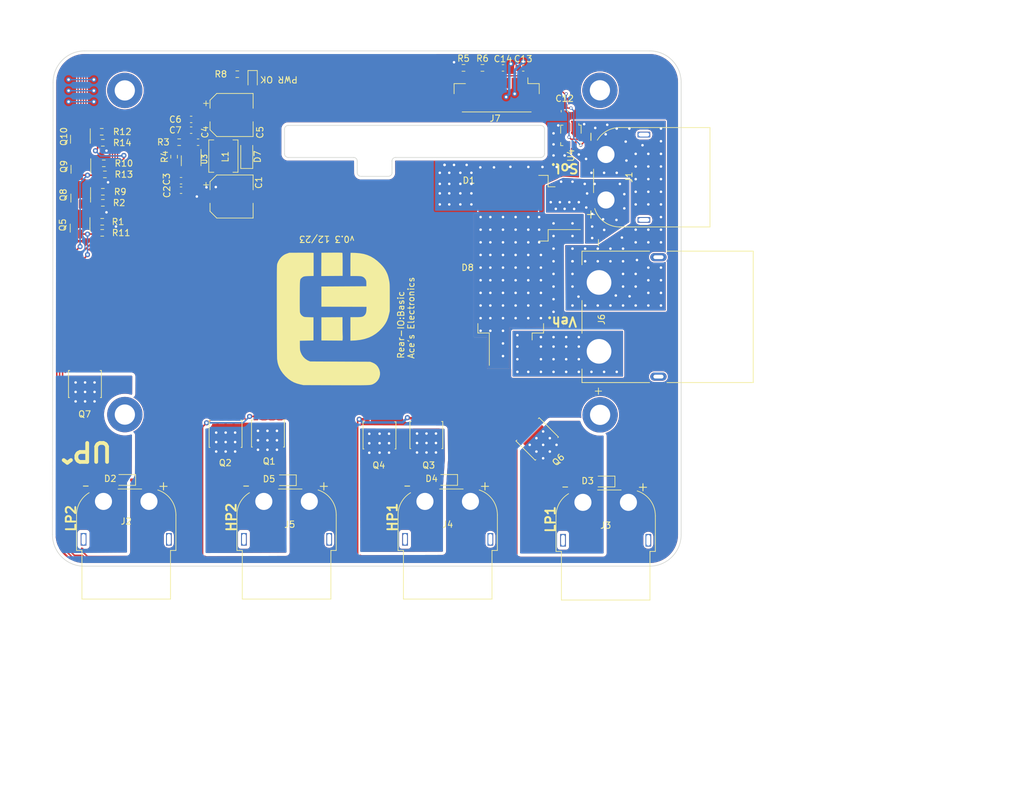
<source format=kicad_pcb>
(kicad_pcb (version 20221018) (generator pcbnew)
  (title_block (title "AE-P703-SCREENS-REARIO:BASIC") (date "2023-09-08") (rev "v0.2") (company "Ace's Electronics Pty Ltd"))
  (layers (0 "F.Cu" power) (31 "B.Cu" power) (34 "B.Paste" user) (35 "F.Paste" user) (36 "B.SilkS" user "B.Silkscreen") (37 "F.SilkS" user "F.Silkscreen") (38 "B.Mask" user) (39 "F.Mask" user) (44 "Edge.Cuts" user))
  (net 0 "")
  (net 1 "GPIO10")
  (net 2 "GPIO11")
  (net 3 "GPIO12")
  (net 4 "GPIO13")
  (net 5 "GPIO14")
  (net 6 "GPIO21")
  (net 7 "+BATT")
  (net 8 "Net-(D1-A)")
  (net 9 "Net-(D8-A)")
  (net 10 "Net-(Q5-B)")
  (net 11 "Net-(Q10-C)")
  (net 12 "Net-(Q8-B)")
  (net 13 "Net-(D2-A)")
  (net 14 "Net-(D3-A)")
  (net 15 "Net-(D4-A)")
  (net 16 "Net-(D5-A)")
  (net 17 "Net-(U3-BST)")
  (net 18 "Net-(D7-K)")
  (net 19 "+5V")
  (net 20 "Net-(U3-FB)")
  (net 21 "Net-(Q9-B)")
  (net 22 "GND")
  (net 23 "Net-(Q1-G)")
  (net 24 "Net-(Q3-G)")
  (net 25 "Net-(Q10-B)")
  (net 26 "Net-(Q6-G)")
  (net 27 "Net-(D6-A)")
  (net 33 "BATT-")
  (footprint "Connector_AMASS:AMASS_XT60PW-F_1x02_P7.20mm_Horizontal" (layer "F.Cu") (at 86.774466 133 180)
    (fp_text reference "J2")
    (fp_text value "Conn_01x02_Pin")
  )
  (footprint "MountingHole:MountingHole_3.2mm_M3_DIN965_Pad" (layer "F.Cu") (at 90.15 67.96)
    (fp_text reference "H1" hide)
    (fp_text value "MountingHole")
  )
  (footprint "Connector_AMASS:AMASS_XT60PW-F_1x02_P7.20mm_Horizontal" (layer "F.Cu") (at 137.65 133 180)
    (fp_text reference "J4")
    (fp_text value "Conn_01x02_Pin")
  )
  (footprint "Diode_SMD:D_SOD-323" (layer "F.Cu") (at 166.1 129.85 180)
    (fp_text reference "D3")
    (fp_text value "1N5819WS")
  )
  (footprint "Diode_SMD:Nexperia_CFP3_SOD-123W" (layer "F.Cu") (at 109.45 78.049999 90)
    (fp_text reference "D7")
    (fp_text value "PMEG6020ER")
  )
  (footprint "Package_TO_SOT_SMD:SOT-23" (layer "F.Cu") (at 83.125 75.6875 -90)
    (fp_text reference "Q10")
    (fp_text value "MMBT3904")
  )
  (footprint "Package_TO_SOT_SMD:TO-263-2_TabPin1" (layer "F.Cu") (at 152.325 86.6 180)
    (fp_text reference "D1")
    (fp_text value "CI20S120M3")
  )
  (footprint "Resistor_SMD:R_0603_1608Metric" (layer "F.Cu") (at 86.675 76.25 180)
    (fp_text reference "R14")
    (fp_text value "16k")
  )
  (footprint "Package_TO_SOT_SMD:LFPAK56" (layer "F.Cu") (at 106.1 122.3 -90)
    (fp_text reference "Q2")
    (fp_text value "NTMFS4C03N-HXY")
  )
  (footprint "Package_TO_SOT_SMD:LFPAK56" (layer "F.Cu") (at 137.87 122.5 -90)
    (fp_text reference "Q3")
    (fp_text value "NTMFS4C03N-HXY")
  )
  (footprint "Sensor_Current:Allegro_QFN-12-10-1EP_3x3mm_P0.5mm" (layer "F.Cu") (at 160.75 75 -90)
    (fp_text reference "U4")
    (fp_text value "ACS711xEXLT-31AB")
  )
  (footprint "Capacitor_SMD:C_0603_1608Metric" (layer "F.Cu") (at 99.05 82.25 180)
    (fp_text reference "C3")
    (fp_text value "100nF")
  )
  (footprint "Package_TO_SOT_SMD:LFPAK56" (layer "F.Cu") (at 155.413964 123.122685 -45)
    (fp_text reference "Q6")
    (fp_text value "NTMFS4C03N-HXY")
  )
  (footprint "Connector_AMASS:AMASS_XT60PW-F_1x02_P7.20mm_Horizontal" (layer "F.Cu") (at 112.15 133 180)
    (fp_text reference "J5")
    (fp_text value "Conn_01x02_Pin")
  )
  (footprint "Capacitor_SMD:C_0603_1608Metric" (layer "F.Cu") (at 159.725 71.25 -90)
    (fp_text reference "C12")
    (fp_text value "100nF")
  )
  (footprint "Package_TO_SOT_SMD:SOT-23" (layer "F.Cu") (at 83.2 80.4375 -90)
    (fp_text reference "Q9")
    (fp_text value "MMBT3904")
  )
  (footprint "Resistor_SMD:R_0603_1608Metric" (layer "F.Cu") (at 143.75 64.4)
    (fp_text reference "R5")
    (fp_text value "82k")
  )
  (footprint "Acea:AMASS_XT90PW-M" (layer "F.Cu") (at 174.6 103.8 90)
    (fp_text reference "J6")
    (fp_text value "Conn_01x02_Pin")
  )
  (footprint "MountingHole:MountingHole_3.2mm_M3_DIN965_Pad" (layer "F.Cu") (at 165.37 119.3)
    (fp_text reference "H3" hide)
    (fp_text value "MountingHole")
  )
  (footprint "Resistor_SMD:R_0603_1608Metric" (layer "F.Cu") (at 86.575 88.75 180)
    (fp_text reference "R1")
    (fp_text value "1k")
  )
  (footprint "Connector_AMASS:AMASS_XT60PW-M_1x02_P7.20mm_Horizontal" (layer "F.Cu") (at 166.3 78.1 -90)
    (fp_text reference "J1")
    (fp_text value "Conn_01x02_Pin")
  )
  (footprint "Capacitor_SMD:C_0603_1608Metric" (layer "F.Cu") (at 100.65 72.55 180)
    (fp_text reference "C6")
    (fp_text value "10uF")
  )
  (footprint "Capacitor_SMD:C_0603_1608Metric" (layer "F.Cu") (at 153.2 64.4)
    (fp_text reference "C13")
    (fp_text value "100nF")
  )
  (footprint "Resistor_SMD:R_0603_1608Metric" (layer "F.Cu") (at 87 81.25 180)
    (fp_text reference "R13")
    (fp_text value "16k")
  )
  (footprint "Inductor_SMD:L_Chilisin_BMRA00040415" (layer "F.Cu") (at 105.75 78.35 90)
    (fp_text reference "L1")
    (fp_text value "10uH")
  )
  (footprint "Package_TO_SOT_SMD:SOT-23" (layer "F.Cu") (at 83.175 85 -90)
    (fp_text reference "Q8")
    (fp_text value "MMBT3904")
  )
  (footprint "MountingHole:MountingHole_3.2mm_M3_DIN965_Pad" (layer "F.Cu") (at 165.339531 67.939531)
    (fp_text reference "H2" hide)
    (fp_text value "MountingHole")
  )
  (footprint "Acea:BOOMELE-Boom-Precision-Elec-C53040_C53040" (layer "F.Cu") (at 149 68.75 180)
    (fp_text reference "J7")
    (fp_text value "Conn_01x08_Socket")
  )
  (footprint "Capacitor_SMD:CP_Elec_6.3x7.7" (layer "F.Cu") (at 107.05 84.75)
    (fp_text reference "C1")
    (fp_text value "220uF")
  )
  (footprint "Package_TO_SOT_SMD:TO-263-2_TabPin1" (layer "F.Cu") (at 151.225 101.525 90)
    (fp_text reference "D8")
    (fp_text value "CI20S120M3")
  )
  (footprint "Resistor_SMD:R_0603_1608Metric" (layer "F.Cu") (at 146.75 64.4)
    (fp_text reference "R6")
    (fp_text value "16k")
  )
  (footprint "Resistor_SMD:R_0603_1608Metric" (layer "F.Cu") (at 98.749999 76.15 180)
    (fp_text reference "R3")
    (fp_text value "82k")
  )
  (footprint "Package_TO_SOT_SMD:SOT-23-6" (layer "F.Cu") (at 100.65 79.087501 -90)
    (fp_text reference "U3")
    (fp_text value "AOZ1280CI")
  )
  (footprint "Diode_SMD:D_SOD-323" (layer "F.Cu") (at 90.25 129.6 180)
    (fp_text reference "D2")
    (fp_text value "1N5819WS")
  )
  (footprint "Capacitor_SMD:C_0603_1608Metric" (layer "F.Cu") (at 101.75 76.15)
    (fp_text reference "C4")
    (fp_text value "100nF")
  )
  (footprint "Capacitor_SMD:C_0603_1608Metric" (layer "F.Cu") (at 150 64.4)
    (fp_text reference "C14")
    (fp_text value "100nF")
  )
  (footprint "Diode_SMD:D_SOD-323" (layer "F.Cu") (at 115.675534 129.65 180)
    (fp_text reference "D5")
    (fp_text value "1N5819WS")
  )
  (footprint "Resistor_SMD:R_0603_1608Metric" (layer "F.Cu") (at 86.575 90.5 180)
    (fp_text reference "R11")
    (fp_text value "16k")
  )
  (footprint "Package_TO_SOT_SMD:SOT-23" (layer "F.Cu") (at 83.075 89.75 -90)
    (fp_text reference "Q5")
    (fp_text value "MMBT3904")
  )
  (footprint "Connector_AMASS:AMASS_XT60PW-F_1x02_P7.20mm_Horizontal" (layer "F.Cu") (at 162.65 133.15 180)
    (fp_text reference "J3")
    (fp_text value "Conn_01x02_Pin")
  )
  (footprint "Resistor_SMD:R_0603_1608Metric" (layer "F.Cu") (at 86.675 84 180)
    (fp_text reference "R9")
    (fp_text value "1k")
  )
  (footprint "MountingHole:MountingHole_3.2mm_M3_DIN965_Pad" (layer "F.Cu") (at 90.16 119.26)
    (fp_text reference "H4" hide)
    (fp_text value "MountingHole")
  )
  (footprint "Package_TO_SOT_SMD:LFPAK56" (layer "F.Cu") (at 83.84 114.42 -90)
    (fp_text reference "Q7")
    (fp_text value "NTMFS4C03N-HXY")
  )
  (footprint "Capacitor_SMD:CP_Elec_6.3x5.4" (layer "F.Cu") (at 107.05 71.85)
    (fp_text reference "C5")
    (fp_text value "22uF")
  )
  (footprint "Resistor_SMD:R_0603_1608Metric" (layer "F.Cu") (at 86.675 85.75 180)
    (fp_text reference "R2")
    (fp_text value "16k")
  )
  (footprint "Capacitor_SMD:C_0603_1608Metric" (layer "F.Cu") (at 100.649999 74.25 180)
    (fp_text reference "C7")
    (fp_text value "100nF")
  )
  (footprint "Diode_SMD:D_SOD-323" (layer "F.Cu") (at 141.2 129.6 180)
    (fp_text reference "D4")
    (fp_text value "1N5819WS")
  )
  (footprint "Acea:ae_20mm" (layer "F.Cu") (at 123.222605 103.887829 180)
    (fp_text reference "G***" hide)
    (fp_text value "LOGO" hide)
  )
  (footprint "Resistor_SMD:R_0603_1608Metric" (layer "F.Cu") (at 86.5 74.5 180)
    (fp_text reference "R12")
    (fp_text value "1k")
  )
  (footprint "Resistor_SMD:R_0603_1608Metric" (layer "F.Cu") (at 107.956248 65.389999)
    (fp_text reference "R8")
    (fp_text value "5.1k")
  )
  (footprint "LED_SMD:LED_0603_1608Metric" (layer "F.Cu") (at 110.381248 66.300003 -90)
    (fp_text reference "D6" hide)
    (fp_text value "LED_Small")
  )
  (footprint "Capacitor_SMD:C_0603_1608Metric" (layer "F.Cu") (at 99.05 83.75 180)
    (fp_text reference "C2")
    (fp_text value "10uF")
  )
  (footprint "Resistor_SMD:R_0603_1608Metric" (layer "F.Cu") (at 97.949999 78.45 -90)
    (fp_text reference "R4")
    (fp_text value "16k")
  )
  (footprint "Package_TO_SOT_SMD:LFPAK56" (layer "F.Cu") (at 130.45 122.55 -90)
    (fp_text reference "Q4")
    (fp_text value "NTMFS4C03N-HXY")
  )
  (footprint "Resistor_SMD:R_0603_1608Metric" (layer "F.Cu") (at 86.825 79.5 180)
    (fp_text reference "R10")
    (fp_text value "1k")
  )
  (footprint "Package_TO_SOT_SMD:LFPAK56" (layer "F.Cu") (at 112.8 122.25 -90)
    (fp_text reference "Q1")
    (fp_text value "NTMFS4C03N-HXY")
  )
  (gr_arc (start 156.565685 78) (mid 156.4 78.4) (end 156 78.565685) (stroke (width 0.1)) (layer "Edge.Cuts"))
  (gr_line (start 126.928785 79.131371) (end 126.934314 80.986672) (stroke (width 0.1)) (layer "Edge.Cuts"))
  (gr_arc (start 178.2 138.25) (mid 176.735534 141.785534) (end 173.2 143.25) (stroke (width 0.1)) (layer "Edge.Cuts"))
  (gr_arc (start 156 73.5) (mid 156.400005 73.665684) (end 156.565685 74.065685) (stroke (width 0.1)) (layer "Edge.Cuts"))
  (gr_line (start 173.2 143.25) (end 83.7 143.25) (stroke (width 0.1)) (layer "Edge.Cuts"))
  (gr_line (start 116 78.565685) (end 126.3631 78.565686) (stroke (width 0.1)) (layer "Edge.Cuts"))
  (gr_line (start 156.565685 78) (end 156.565685 74.065685) (stroke (width 0.1)) (layer "Edge.Cuts"))
  (gr_arc (start 115.434315 74.065685) (mid 115.600006 73.665695) (end 116 73.5) (stroke (width 0.1)) (layer "Edge.Cuts"))
  (gr_line (start 78.7 138.25) (end 78.8 66.7) (stroke (width 0.1)) (layer "Edge.Cuts"))
  (gr_arc (start 132.439844 80.986671) (mid 132.274153 81.386661) (end 131.874159 81.552357) (stroke (width 0.1)) (layer "Edge.Cuts"))
  (gr_arc (start 83.7 143.25) (mid 80.164466 141.785534) (end 78.7 138.25) (stroke (width 0.1)) (layer "Edge.Cuts"))
  (gr_arc (start 116 78.565685) (mid 115.60001 78.399994) (end 115.434315 78) (stroke (width 0.1)) (layer "Edge.Cuts"))
  (gr_arc (start 127.5 81.552357) (mid 127.10001 81.386666) (end 126.934314 80.986672) (stroke (width 0.1)) (layer "Edge.Cuts"))
  (gr_line (start 156 73.5) (end 116 73.5) (stroke (width 0.1)) (layer "Edge.Cuts"))
  (gr_line (start 132.434315 79.13137) (end 132.439844 80.986671) (stroke (width 0.1)) (layer "Edge.Cuts"))
  (gr_arc (start 173.2 61.7) (mid 176.735534 63.164466) (end 178.2 66.7) (stroke (width 0.1)) (layer "Edge.Cuts"))
  (gr_line (start 133 78.565685) (end 156 78.565685) (stroke (width 0.1)) (layer "Edge.Cuts"))
  (gr_line (start 83.8 61.7) (end 173.2 61.7) (stroke (width 0.1)) (layer "Edge.Cuts"))
  (gr_arc (start 132.434315 79.13137) (mid 132.600006 78.73138) (end 133 78.565685) (stroke (width 0.1)) (layer "Edge.Cuts"))
  (gr_line (start 127.5 81.552357) (end 131.874159 81.552357) (stroke (width 0.1)) (layer "Edge.Cuts"))
  (gr_arc (start 78.8 66.7) (mid 80.264466 63.164466) (end 83.8 61.7) (stroke (width 0.1)) (layer "Edge.Cuts"))
  (gr_line (start 115.434315 74.065685) (end 115.434315 78) (stroke (width 0.1)) (layer "Edge.Cuts"))
  (gr_line (start 178.2 66.7) (end 178.2 138.25) (stroke (width 0.1)) (layer "Edge.Cuts"))
  (gr_arc (start 126.3631 78.565686) (mid 126.76309 78.731377) (end 126.928785 79.131371) (stroke (width 0.1)) (layer "Edge.Cuts"))
  (gr_text "LP2" (at 82.514466 137.955 90) (layer "F.SilkS") (effects (font (size 1.5 1.5) (thickness 0.3) bold) (justify left bottom)))
  (gr_text "PWR OK" (at 117.6 65.65 180) (layer "F.SilkS") (effects (font (size 1 1)) (justify left bottom)))
  (gr_text "Veh." (at 159.35 104.55 180) (layer "F.SilkS") (effects (font (size 1.5 1.5) (thickness 0.3) bold)))
  (gr_text "Sol." (at 159.75 80.3 180) (layer "F.SilkS") (effects (font (size 1.5 1.5) (thickness 0.3) bold)))
  (gr_text "UP^" (at 88.45 123.35 180) (layer "F.SilkS") (effects (font (size 3 3) (thickness 0.6) bold) (justify left bottom)))
  (gr_text "Rear-IO:Basic\nAce's Electronics" (at 136.05 110.5 90) (layer "F.SilkS") (effects (font (size 1 1)) (justify left bottom)))
  (gr_text "HP2" (at 107.89 137.955 90) (layer "F.SilkS") (effects (font (size 1.5 1.5) (thickness 0.3) bold) (justify left bottom)))
  (gr_text "HP1" (at 133.39 137.955 90) (layer "F.SilkS") (effects (font (size 1.5 1.5) (thickness 0.3) bold) (justify left bottom)))
  (gr_text "v0.3 12/23" (at 126.6 90.9 180) (layer "F.SilkS") (effects (font (size 1 1)) (justify left bottom)))
  (gr_text "LP1" (at 158.39 138.105 90) (layer "F.SilkS") (effects (font (size 1.5 1.5) (thickness 0.3) bold) (justify left bottom)))
  (segment (start 150.875 66.8) (end 150.875 67.036396) (width 0.2) (layer "F.Cu") (net 1))
  (segment (start 143.852942 68.8) (end 138.752942 63.7) (width 0.2) (layer "F.Cu") (net 1))
  (segment (start 89 87.15) (end 87.4 88.75) (width 0.2) (layer "F.Cu") (net 1))
  (segment (start 87.75 72.5) (end 89 73.75) (width 0.2) (layer "F.Cu") (net 1))
  (segment (start 138.752942 63.7) (end 85.3 63.7) (width 0.2) (layer "F.Cu") (net 1))
  (segment (start 150.875 67.036396) (end 149.111396 68.8) (width 0.2) (layer "F.Cu") (net 1))
  (segment (start 149.111396 68.8) (end 143.852942 68.8) (width 0.2) (layer "F.Cu") (net 1))
  (segment (start 89 73.75) (end 89 87.15) (width 0.2) (layer "F.Cu") (net 1))
  (segment (start 84 65) (end 84 70.684314) (width 0.2) (layer "F.Cu") (net 1))
  (segment (start 85.3 63.7) (end 84 65) (width 0.2) (layer "F.Cu") (net 1))
  (segment (start 85.815686 72.5) (end 87.75 72.5) (width 0.2) (layer "F.Cu") (net 1))
  (segment (start 84 70.684314) (end 85.815686 72.5) (width 0.2) (layer "F.Cu") (net 1))
  (segment (start 85.675 72.925) (end 87.609314 72.925) (width 0.2) (layer "F.Cu") (net 2))
  (segment (start 83.6 64.834314) (end 83.6 70.849999) (width 0.2) (layer "F.Cu") (net 2))
  (segment (start 149.625 66.8) (end 149.625 67.036396) (width 0.2) (layer "F.Cu") (net 2))
  (segment (start 144.018628 68.4) (end 138.918628 63.3) (width 0.2) (layer "F.Cu") (net 2))
  (segment (start 85.134314 63.3) (end 83.6 64.834314) (width 0.2) (layer "F.Cu") (net 2))
  (segment (start 88.6 73.915686) (end 88.6 82.9) (width 0.2) (layer "F.Cu") (net 2))
  (segment (start 148.261396 68.4) (end 144.018628 68.4) (width 0.2) (layer "F.Cu") (net 2))
  (segment (start 88.6 82.9) (end 87.5 84) (width 0.2) (layer "F.Cu") (net 2))
  (segment (start 138.918628 63.3) (end 85.134314 63.3) (width 0.2) (layer "F.Cu") (net 2))
  (segment (start 149.625 67.036396) (end 148.261396 68.4) (width 0.2) (layer "F.Cu") (net 2))
  (segment (start 87.609314 72.925) (end 88.6 73.915686) (width 0.2) (layer "F.Cu") (net 2))
  (segment (start 83.6 70.849999) (end 85.675 72.925) (width 0.2) (layer "F.Cu") (net 2))
  (segment (start 144.184314 68) (end 139.084314 62.9) (width 0.2) (layer "F.Cu") (net 3))
  (segment (start 83.2 71.134314) (end 85.390686 73.325) (width 0.2) (layer "F.Cu") (net 3))
  (segment (start 85.390686 73.325) (end 87.332107 73.325) (width 0.2) (layer "F.Cu") (net 3))
  (segment (start 148 68) (end 144.184314 68) (width 0.2) (layer "F.Cu") (net 3))
  (segment (start 83.2 64.668629) (end 83.2 71.134314) (width 0.2) (layer "F.Cu") (net 3))
  (segment (start 88.2 74.192893) (end 88.2 78.95) (width 0.2) (layer "F.Cu") (net 3))
  (segment (start 148.375 67.625) (end 148 68) (width 0.2) (layer "F.Cu") (net 3))
  (segment (start 88.2 78.95) (end 87.65 79.5) (width 0.2) (layer "F.Cu") (net 3))
  (segment (start 148.375 66.8) (end 148.375 67.625) (width 0.2) (layer "F.Cu") (net 3))
  (segment (start 87.332107 73.325) (end 88.2 74.192893) (width 0.2) (layer "F.Cu") (net 3))
  (segment (start 84.968629 62.9) (end 83.2 64.668629) (width 0.2) (layer "F.Cu") (net 3))
  (segment (start 139.084314 62.9) (end 84.968629 62.9) (width 0.2) (layer "F.Cu") (net 3))
  (segment (start 148.038604 65.65) (end 152.4 65.65) (width 0.2) (layer "F.Cu") (net 4))
  (segment (start 147.125 66.8) (end 147.125 66.563604) (width 0.2) (layer "F.Cu") (net 4))
  (segment (start 156.9 65.65) (end 155.1 65.65) (width 0.2) (layer "F.Cu") (net 4))
  (segment (start 160 68.75) (end 156.9 65.65) (width 0.2) (layer "F.Cu") (net 4))
  (segment (start 152.425 65.625) (end 152.4 65.65) (width 0.2) (layer "F.Cu") (net 4))
  (segment (start 147.125 66.563604) (end 148.038604 65.65) (width 0.2) (layer "F.Cu") (net 4))
  (segment (start 160.45 75.35) (end 160.78 75.68) (width 0.2) (layer "F.Cu") (net 4))
  (segment (start 155.1 65.65) (end 152.4 65.65) (width 0.2) (layer "F.Cu") (net 4))
  (segment (start 152.425 64.4) (end 152.425 65.625) (width 0.2) (layer "F.Cu") (net 4))
  (segment (start 160.78 75.68) (end 162.15 75.68) (width 0.2) (layer "F.Cu") (net 4))
  (segment (start 162.15 75.68) (end 162.2 75.73) (width 0.2) (layer "F.Cu") (net 4))
  (via (at 160.45 75.35) (size 0.5) (drill 0.3) (layers "F.Cu" "B.Cu") (net 4))
  (via (at 160 68.5) (size 0.5) (drill 0.3) (layers "F.Cu" "B.Cu") (net 4))
  (segment (start 160.45 71.510661) (end 160 71.060661) (width 0.2) (layer "B.Cu") (net 4))
  (segment (start 160 71.060661) (end 160 68.75) (width 0.2) (layer "B.Cu") (net 4))
  (segment (start 160.45 75.35) (end 160.45 71.510661) (width 0.2) (layer "B.Cu") (net 4))
  (segment (start 149.225 64.4) (end 148.45 65.175) (width 0.2) (layer "F.Cu") (net 5))
  (segment (start 148.45 65.175) (end 146.7 65.175) (width 0.2) (layer "F.Cu") (net 5))
  (segment (start 145.9 64.4) (end 145.9 66.475) (width 0.2) (layer "F.Cu") (net 5))
  (segment (start 144.86599 64.4) (end 145.9 64.4) (width 0.2) (layer "F.Cu") (net 5))
  (segment (start 146.7 65.175) (end 145.925 64.4) (width 0.2) (layer "F.Cu") (net 5))
  (segment (start 144.625 64.64099) (end 144.86599 64.4) (width 0.2) (layer "F.Cu") (net 5))
  (segment (start 85.225 73.725) (end 86.55 73.725) (width 0.2) (layer "F.Cu") (net 6))
  (segment (start 144.649999 66.825) (end 144.624999 66.8) (width 0.4) (layer "F.Cu") (net 6))
  (segment (start 86.55 73.725) (end 87.325 74.5) (width 0.2) (layer "F.Cu") (net 6))
  (segment (start 82.75 64.5) (end 82.75 71.25) (width 0.2) (layer "F.Cu") (net 6))
  (segment (start 82.75 71.25) (end 85.225 73.725) (width 0.2) (layer "F.Cu") (net 6))
  (segment (start 144.625 66.8) (end 144.575 66.75) (width 0.2) (layer "F.Cu") (net 6))
  (segment (start 143.5 66.75) (end 139.25 62.5) (width 0.2) (layer "F.Cu") (net 6))
  (segment (start 84.75 62.5) (end 82.75 64.5) (width 0.2) (layer "F.Cu") (net 6))
  (segment (start 144.575 66.75) (end 143.5 66.75) (width 0.2) (layer "F.Cu") (net 6))
  (segment (start 139.25 62.5) (end 84.75 62.5) (width 0.2) (layer "F.Cu") (net 6))
  (segment (start 104.55 84.55) (end 104.35 84.75) (width 0.4) (layer "F.Cu") (net 7))
  (segment (start 91.3 130.325534) (end 93.974466 133) (width 0.4) (layer "F.Cu") (net 7))
  (segment (start 91.3 129.6) (end 91.3 130.325534) (width 0.4) (layer "F.Cu") (net 7))
  (segment (start 142.925 64.175) (end 142.925 64.4) (width 0.2) (layer "F.Cu") (net 7))
  (segment (start 167.15 130.45) (end 169.85 133.15) (width 0.4) (layer "F.Cu") (net 7))
  (segment (start 87.5 77.25) (end 87.25 77.5) (width 0.25) (layer "F.Cu") (net 7))
  (segment (start 101.6125 84.75) (end 104.35 84.75) (width 0.4) (layer "F.Cu") (net 7))
  (segment (start 116.725534 129.65) (end 118.609478 129.65) (width 0.4) (layer "F.Cu") (net 7))
  (segment (start 142.25 63.5) (end 142.925 64.175) (width 0.2) (layer "F.Cu") (net 7))
  (segment (start 87.825 82.175) (end 87.5 82.5) (width 0.25) (layer "F.Cu") (net 7))
  (segment (start 119.35 130.390522) (end 119.35 133) (width 0.4) (layer "F.Cu") (net 7))
  (segment (start 103.075 84.025) (end 103.8 84.75) (width 0.4) (layer "F.Cu") (net 7))
  (segment (start 118.609478 129.65) (end 119.35 130.390522) (width 0.4) (layer "F.Cu") (net 7))
  (segment (start 87.4 90.5) (end 87.75 90.5) (width 0.25) (layer "F.Cu") (net 7))
  (segment (start 142.25 130.4) (end 144.85 133) (width 0.4) (layer "F.Cu") (net 7))
  (segment (start 87.5 76.25) (end 87.5 77.25) (width 0.25) (layer "F.Cu") (net 7))
  (segment (start 87.825 81.25) (end 87.825 82.175) (width 0.25) (layer "F.Cu") (net 7))
  (segment (start 103.075 83.3) (end 103.075 84.025) (width 0.4) (layer "F.Cu") (net 7))
  (segment (start 87.75 90.5) (end 88.75 89.5) (width 0.25) (layer "F.Cu") (net 7))
  (segment (start 142.25 129.6) (end 142.25 130.4) (width 0.4) (layer "F.Cu") (net 7))
  (segment (start 104.55 83.3) (end 104.55 84.55) (width 0.4) (layer "F.Cu") (net 7))
  (segment (start 87.5 85.75) (end 87.5 87) (width 0.25) (layer "F.Cu") (net 7))
  (segment (start 167.15 129.85) (end 167.15 130.45) (width 0.4) (layer "F.Cu") (net 7))
  (segment (start 87.5 87) (end 87.25 87.25) (width 0.25) (layer "F.Cu") (net 7))
  (segment (start 103.8 84.75) (end 104.35 84.75) (width 0.4) (layer "F.Cu") (net 7))
  (via (at 150 110) (size 0.8) (drill 0.4) (layers "F.Cu" "B.Cu") (net 7))
  (via (at 101.55 84.75) (size 0.8) (drill 0.4) (layers "F.Cu" "B.Cu") (net 7))
  (via (at 154 102) (size 0.8) (drill 0.4) (layers "F.Cu" "B.Cu") (net 7))
  (via (at 104.55 83.25) (size 0.8) (drill 0.4) (layers "F.Cu" "B.Cu") (net 7))
  (via (at 154 104) (size 0.8) (drill 0.4) (layers "F.Cu" "B.Cu") (net 7))
  (via (at 150 94) (size 0.8) (drill 0.4) (layers "F.Cu" "B.Cu") (net 7))
  (via (at 150 96) (size 0.8) (drill 0.4) (layers "F.Cu" "B.Cu") (net 7))
  (via (at 142.25 63.5) (size 0.8) (drill 0.4) (layers "F.Cu" "B.Cu") (net 7))
  (via (at 152 104) (size 0.8) (drill 0.4) (layers "F.Cu" "B.Cu") (net 7))
  (via (at 146.456546 102) (size 0.8) (drill 0.4) (layers "F.Cu" "B.Cu") (net 7))
  (via (at 152 90) (size 0.8) (drill 0.4) (layers "F.Cu" "B.Cu") (net 7))
  (via (at 156 102) (size 0.8) (drill 0.4) (layers "F.Cu" "B.Cu") (net 7))
  (via (at 158 89) (size 0.8) (drill 0.4) (layers "F.Cu" "B.Cu") (net 7))
  (via (at 156 98) (size 0.8) (drill 0.4) (layers "F.Cu" "B.Cu") (net 7))
  (via (at 150 106) (size 0.8) (drill 0.4) (layers "F.Cu" "B.Cu") (net 7))
  (via (at 154 90) (size 0.8) (drill 0.4) (layers "F.Cu" "B.Cu") (net 7))
  (via (at 148 96) (size 0.8) (drill 0.4) (layers "F.Cu" "B.Cu") (net 7))
  (via (at 155.72198 88) (size 0.8) (drill 0.4) (layers "F.Cu" "B.Cu") (net 7))
  (via (at 154 88) (size 0.8) (drill 0.4) (layers "F.Cu" "B.Cu") (net 7))
  (via (at 87.5 82.5) (size 0.8) (drill 0.4) (layers "F.Cu" "B.Cu") (net 7))
  (via (at 158 101) (size 0.8) (drill 0.4) (layers "F.Cu" "B.Cu") (net 7))
  (via (at 103.075 83.3) (size 0.8) (drill 0.4) (layers "F.Cu" "B.Cu") (net 7))
  (via (at 148 92) (size 0.8) (drill 0.4) (layers "F.Cu" "B.Cu") (net 7))
  (via (at 154 98) (size 0.8) (drill 0.4) (layers "F.Cu" "B.Cu") (net 7))
  (via (at 152 100) (size 0.8) (drill 0.4) (layers "F.Cu" "B.Cu") (net 7))
  (via (at 152 96) (size 0.8) (drill 0.4) (layers "F.Cu" "B.Cu") (net 7))
  (via (at 156 94) (size 0.8) (drill 0.4) (layers "F.Cu" "B.Cu") (net 7))
  (via (at 146.456546 92) (size 0.8) (drill 0.4) (layers "F.Cu" "B.Cu") (net 7))
  (via (at 146.456546 100) (size 0.8) (drill 0.4) (layers "F.Cu" "B.Cu") (net 7))
  (via (at 158 97) (size 0.8) (drill 0.4) (layers "F.Cu" "B.Cu") (net 7))
  (via (at 148 104) (size 0.8) (drill 0.4) (layers "F.Cu" "B.Cu") (net 7))
  (via (at 148 94) (size 0.8) (drill 0.4) (layers "F.Cu" "B.Cu") (net 7))
  (via (at 152 102) (size 0.8) (drill 0.4) (layers "F.Cu" "B.Cu") (net 7))
  (via (at 146.456546 88) (size 0.8) (drill 0.4) (layers "F.Cu" "B.Cu") (net 7))
  (via (at 150 100) (size 0.8) (drill 0.4) (layers "F.Cu" "B.Cu") (net 7))
  (via (at 150 102) (size 0.8) (drill 0.4) (layers "F.Cu" "B.Cu") (net 7))
  (via (at 158 93) (size 0.8) (drill 0.4) (layers "F.Cu" "B.Cu") (net 7))
  (via (at 158 99) (size 0.8) (drill 0.4) (layers "F.Cu" "B.Cu") (net 7))
  (via (at 154 92) (size 0.8) (drill 0.4) (layers "F.Cu" "B.Cu") (net 7))
  (via (at 158 103) (size 0.8) (drill 0.4) (layers "F.Cu" "B.Cu") (net 7))
  (via (at 148 90) (size 0.8) (drill 0.4) (layers "F.Cu" "B.Cu") (net 7))
  (via (at 152 92) (size 0.8) (drill 0.4) (layers "F.Cu" "B.Cu") (net 7))
  (via (at 155.72198 92) (size 0.8) (drill 0.4) (layers "F.Cu" "B.Cu") (net 7))
  (via (at 156 96) (size 0.8) (drill 0.4) (layers "F.Cu" "B.Cu") (net 7))
  (via (at 146.456546 90) (size 0.8) (drill 0.4) (layers "F.Cu" "B.Cu") (net 7))
  (via (at 148 98) (size 0.8) (drill 0.4) (layers "F.Cu" "B.Cu") (net 7))
  (via (at 150 90) (size 0.8) (drill 0.4) (layers "F.Cu" "B.Cu") (net 7))
  (via (at 156 104) (size 0.8) (drill 0.4) (layers "F.Cu" "B.Cu") (net 7))
  (via (at 158 95) (size 0.8) (drill 0.4) (layers "F.Cu" "B.Cu") (net 7))
  (via (at 88.75 89.5) (size 0.8) (drill 0.4) (layers "F.Cu" "B.Cu") (net 7))
  (via (at 146.456546 94) (size 0.8) (drill 0.4) (layers "F.Cu" "B.Cu") (net 7))
  (via (at 148 100) (size 0.8) (drill 0.4) (layers "F.Cu" "B.Cu") (net 7))
  (via (at 148 102) (size 0.8) (drill 0.4) (layers "F.Cu" "B.Cu") (net 7))
  (via (at 146.456546 106) (size 0.8) (drill 0.4) (layers "F.Cu" "B.Cu") (net 7))
  (via (at 152 88) (size 0.8) (drill 0.4) (layers "F.Cu" "B.Cu") (net 7))
  (via (at 150 92) (size 0.8) (drill 0.4) (layers "F.Cu" "B.Cu") (net 7))
  (via (at 152 98) (size 0.8) (drill 0.4) (layers "F.Cu" "B.Cu") (net 7))
  (via (at 154 94) (size 0.8) (drill 0.4) (layers "F.Cu" "B.Cu") (net 7))
  (via (at 150 104) (size 0.8) (drill 0.4) (layers "F.Cu" "B.Cu") (net 7))
  (via (at 148 106) (size 0.8) (drill 0.4) (layers "F.Cu" "B.Cu") (net 7))
  (via (at 152 94) (size 0.8) (drill 0.4) (layers "F.Cu" "B.Cu") (net 7))
  (via (at 146.456546 98) (size 0.8) (drill 0.4) (layers "F.Cu" "B.Cu") (net 7))
  (via (at 161 89) (size 0.8) (drill 0.4) (layers "F.Cu" "B.Cu") (net 7))
  (via (at 87.25 77.5) (size 0.8) (drill 0.4) (layers "F.Cu" "B.Cu") (net 7))
  (via (at 156 100) (size 0.8) (drill 0.4) (layers "F.Cu" "B.Cu") (net 7))
  (via (at 154 96) (size 0.8) (drill 0.4) (layers "F.Cu" "B.Cu") (net 7))
  (via (at 158 91) (size 0.8) (drill 0.4) (layers "F.Cu" "B.Cu") (net 7))
  (via (at 150 98) (size 0.8) (drill 0.4) (layers "F.Cu" "B.Cu") (net 7))
  (via (at 150 108) (size 0.8) (drill 0.4) (layers "F.Cu" "B.Cu") (net 7))
  (via (at 150 88) (size 0.8) (drill 0.4) (layers "F.Cu" "B.Cu") (net 7))
  (via (at 87.25 87.25) (size 0.8) (drill 0.4) (layers "F.Cu" "B.Cu") (net 7))
  (via (at 146.456546 104) (size 0.8) (drill 0.4) (layers "F.Cu" "B.Cu") (net 7))
  (via (at 154 100) (size 0.8) (drill 0.4) (layers "F.Cu" "B.Cu") (net 7))
  (via (at 146.456546 96) (size 0.8) (drill 0.4) (layers "F.Cu" "B.Cu") (net 7))
  (via (at 148 88) (size 0.8) (drill 0.4) (layers "F.Cu" "B.Cu") (net 7))
  (via (at 161 91) (size 0.8) (drill 0.4) (layers "F.Cu" "B.Cu") (net 7))
  (via (at 155.72198 90) (size 0.8) (drill 0.4) (layers "F.Cu" "B.Cu") (net 7))
  (via (at 157.556181 85.646239) (size 0.8) (drill 0.4) (layers "F.Cu" "B.Cu") (net 8))
  (via (at 160.5 85.646239) (size 0.8) (drill 0.4) (layers "F.Cu" "B.Cu") (net 8))
  (via (at 165.840913 88.349818) (size 0.8) (drill 0.4) (layers "F.Cu" "B.Cu") (net 8))
  (via (at 169.200311 86.623275) (size 0.8) (drill 0.4) (layers "F.Cu" "B.Cu") (net 8))
  (via (at 169.200311 84.374753) (size 0.8) (drill 0.4) (layers "F.Cu" "B.Cu") (net 8))
  (via (at 159 85.646239) (size 0.8) (drill 0.4) (layers "F.Cu" "B.Cu") (net 8))
  (via (at 158.359224 86.703579) (size 0.8) (drill 0.4) (layers "F.Cu" "B.Cu") (net 8))
  (via (at 166.014905 90.036209) (size 0.8) (drill 0.4) (layers "F.Cu" "B.Cu") (net 8))
  (via (at 159.751166 86.703579) (size 0.8) (drill 0.4) (layers "F.Cu" "B.Cu") (net 8))
  (via (at 164.114369 87.5) (size 0.8) (drill 0.4) (layers "F.Cu" "B.Cu") (net 8))
  (via (at 163.311326 84.267681) (size 0.8) (drill 0.4) (layers "F.Cu" "B.Cu") (net 8))
  (via (at 167.955594 88.456891) (size 0.8) (drill 0.4) (layers "F.Cu" "B.Cu") (net 8))
  (via (at 161.263565 86.716963) (size 0.8) (drill 0.4) (layers "F.Cu" "B.Cu") (net 8))
  (via (at 162 85.646239) (size 0.8) (drill 0.4) (layers "F.Cu" "B.Cu") (net 8))
  (via (at 159.2 82.4) (size 0.8) (drill 0.4) (layers "F.Cu" "B.Cu") (net 8))
  (via (at 162.936572 82.755282) (size 0.8) (drill 0.4) (layers "F.Cu" "B.Cu") (net 8))
  (via (at 161 82.4) (size 0.8) (drill 0.4) (layers "F.Cu" "B.Cu") (net 8))
  (via (at 164.5 82.755282) (size 0.8) (drill 0.4) (layers "F.Cu" "B.Cu") (net 8))
  (via (at 164.114369 91.321079) (size 0.8) (drill 0.4) (layers "F.Cu" "B.Cu") (net 8))
  (via (at 163.177485 86.489434) (size 0.8) (drill 0.4) (layers "F.Cu" "B.Cu") (net 8))
  (via (at 164.114369 89.5) (size 0.8) (drill 0.4) (layers "F.Cu" "B.Cu") (net 8))
  (via (at 168.5 82.755282) (size 0.8) (drill 0.4) (layers "F.Cu" "B.Cu") (net 8))
  (via (at 166 112.5) (size 0.8) (drill 0.4) (layers "F.Cu" "B.Cu") (net 9))
  (via (at 156 112.5) (size 0.8) (drill 0.4) (layers "F.Cu" "B.Cu") (net 9))
  (via (at 154 112.5) (size 0.8) (drill 0.4) (layers "F.Cu" "B.Cu") (net 9))
  (via (at 160 112.5) (size 0.8) (drill 0.4) (layers "F.Cu" "B.Cu") (net 9))
  (via (at 162 110.5) (size 0.8) (drill 0.4) (layers "F.Cu" "B.Cu") (net 9))
  (via (at 156 110.5) (size 0.8) (drill 0.4) (layers "F.Cu" "B.Cu") (net 9))
  (via (at 160 108.5) (size 0.8) (drill 0.4) (layers "F.Cu" "B.Cu") (net 9))
  (via (at 152.277865 110.5) (size 0.8) (drill 0.4) (layers "F.Cu" "B.Cu") (net 9))
  (via (at 152.277865 108.5) (size 0.8) (drill 0.4) (layers "F.Cu" "B.Cu") (net 9))
  (via (at 156 107) (size 0.8) (drill 0.4) (layers "F.Cu" "B.Cu") (net 9))
  (via (at 162 108.5) (size 0.8) (drill 0.4) (layers "F.Cu" "B.Cu") (net 9))
  (via (at 158 108.5) (size 0.8) (drill 0.4) (layers "F.Cu" "B.Cu") (net 9))
  (via (at 162 107) (size 0.8) (drill 0.4) (layers "F.Cu" "B.Cu") (net 9))
  (via (at 152.277865 106.696044) (size 0.8) (drill 0.4) (layers "F.Cu" "B.Cu") (net 9))
  (via (at 152.277865 112.5) (size 0.8) (drill 0.4) (layers "F.Cu" "B.Cu") (net 9))
  (via (at 164 112.5) (size 0.8) (drill 0.4) (layers "F.Cu" "B.Cu") (net 9))
  (via (at 158 110.5) (size 0.8) (drill 0.4) (layers "F.Cu" "B.Cu") (net 9))
  (via (at 158 107) (size 0.8) (drill 0.4) (layers "F.Cu" "B.Cu") (net 9))
  (via (at 160 107) (size 0.8) (drill 0.4) (layers "F.Cu" "B.Cu") (net 9))
  (via (at 160 110.5) (size 0.8) (drill 0.4) (layers "F.Cu" "B.Cu") (net 9))
  (via (at 162 112.5) (size 0.8) (drill 0.4) (layers "F.Cu" "B.Cu") (net 9))
  (via (at 156 108.5) (size 0.8) (drill 0.4) (layers "F.Cu" "B.Cu") (net 9))
  (via (at 168 112.5) (size 0.8) (drill 0.4) (layers "F.Cu" "B.Cu") (net 9))
  (via (at 158 112.5) (size 0.8) (drill 0.4) (layers "F.Cu" "B.Cu") (net 9))
  (segment (start 84.025 88.8125) (end 85.6875 88.8125) (width 0.25) (layer "F.Cu") (net 10))
  (segment (start 85.6875 88.8125) (end 85.75 88.75) (width 0.25) (layer "F.Cu") (net 10))
  (segment (start 89.575 90.425) (end 81 99) (width 0.25) (layer "F.Cu") (net 11))
  (segment (start 89.575 79.175) (end 89.575 90.425) (width 0.25) (layer "F.Cu") (net 11))
  (segment (start 83.5 76.25) (end 85.85 76.25) (width 0.25) (layer "F.Cu") (net 11))
  (segment (start 85.85 76.25) (end 85.85 77.15) (width 0.25) (layer "F.Cu") (net 11))
  (segment (start 81 110.515) (end 81.93 111.445) (width 0.25) (layer "F.Cu") (net 11))
  (segment (start 83.125 76.625) (end 83.5 76.25) (width 0.25) (layer "F.Cu") (net 11))
  (segment (start 90 78.75) (end 89.575 79.175) (width 0.25) (layer "F.Cu") (net 11))
  (segment (start 85.85 77.15) (end 85.5 77.5) (width 0.25) (layer "F.Cu") (net 11))
  (segment (start 90 78.25) (end 90 78.75) (width 0.25) (layer "F.Cu") (net 11))
  (segment (start 81.93 111.445) (end 81.93 111.75) (width 0.25) (layer "F.Cu") (net 11))
  (segment (start 81 99) (end 81 110.515) (width 0.25) (layer "F.Cu") (net 11))
  (via (at 90 78.25) (size 0.8) (drill 0.4) (layers "F.Cu" "B.Cu") (net 11))
  (via (at 85.5 77.5) (size 0.8) (drill 0.4) (layers "F.Cu" "B.Cu") (net 11))
  (segment (start 86.325 78.325) (end 89.925 78.325) (width 0.25) (layer "B.Cu") (net 11))
  (segment (start 89.925 78.325) (end 90 78.25) (width 0.25) (layer "B.Cu") (net 11))
  (segment (start 85.5 77.5) (end 86.325 78.325) (width 0.25) (layer "B.Cu") (net 11))
  (segment (start 84.125 84.0625) (end 85.7875 84.0625) (width 0.25) (layer "F.Cu") (net 12))
  (segment (start 85.7875 84.0625) (end 85.85 84) (width 0.25) (layer "F.Cu") (net 12))
  (via (at 82.364123 115.675435) (size 0.8) (drill 0.4) (layers "F.Cu" "B.Cu") (net 13))
  (via (at 82.364125 114.175435) (size 0.8) (drill 0.4) (layers "F.Cu" "B.Cu") (net 13))
  (via (at 82.364123 117.175434) (size 0.8) (drill 0.4) (layers "F.Cu" "B.Cu") (net 13))
  (via (at 85.364123 117.175433) (size 0.8) (drill 0.4) (layers "F.Cu" "B.Cu") (net 13))
  (via (at 83.864123 114.175435) (size 0.8) (drill 0.4) (layers "F.Cu" "B.Cu") (net 13))
  (via (at 85.364123 115.675435) (size 0.8) (drill 0.4) (layers "F.Cu" "B.Cu") (net 13))
  (via (at 83.864123 115.675435) (size 0.8) (drill 0.4) (layers "F.Cu" "B.Cu") (net 13))
  (via (at 85.364123 114.175435) (size 0.8) (drill 0.4) (layers "F.Cu" "B.Cu") (net 13))
  (via (at 83.864123 117.175434) (size 0.8) (drill 0.4) (layers "F.Cu" "B.Cu") (net 13))
  (via (at 156.352392 126.173343) (size 0.8) (drill 0.4) (layers "F.Cu" "B.Cu") (net 14))
  (via (at 155.291732 122.991364) (size 0.8) (drill 0.4) (layers "F.Cu" "B.Cu") (net 14))
  (via (at 157.413053 122.991364) (size 0.8) (drill 0.4) (layers "F.Cu" "B.Cu") (net 14))
  (via (at 154.231073 124.052024) (size 0.8) (drill 0.4) (layers "F.Cu" "B.Cu") (net 14))
  (via (at 155.291732 125.112683) (size 0.8) (drill 0.4) (layers "F.Cu" "B.Cu") (net 14))
  (via (at 158.473714 124.052024) (size 0.8) (drill 0.4) (layers "F.Cu" "B.Cu") (net 14))
  (via (at 156.352394 121.930703) (size 0.8) (drill 0.4) (layers "F.Cu" "B.Cu") (net 14))
  (via (at 157.413053 125.112684) (size 0.8) (drill 0.4) (layers "F.Cu" "B.Cu") (net 14))
  (via (at 156.352392 124.052023) (size 0.8) (drill 0.4) (layers "F.Cu" "B.Cu") (net 14))
  (via (at 130.4693 123.787718) (size 0.8) (drill 0.4) (layers "F.Cu" "B.Cu") (net 15))
  (via (at 128.84 125.3) (size 0.8) (drill 0.4) (layers "F.Cu" "B.Cu") (net 15))
  (via (at 139.393295 123.759064) (size 0.8) (drill 0.4) (layers "F.Cu" "B.Cu") (net 15))
  (via (at 130.4693 122.287718) (size 0.8) (drill 0.4) (layers "F.Cu" "B.Cu") (net 15))
  (via (at 131.9693 122.287718) (size 0.8) (drill 0.4) (layers "F.Cu" "B.Cu") (net 15))
  (via (at 137.893295 123.759064) (size 0.8) (drill 0.4) (layers "F.Cu" "B.Cu") (net 15))
  (via (at 137.893295 122.259064) (size 0.8) (drill 0.4) (layers "F.Cu" "B.Cu") (net 15))
  (via (at 137.893295 125.259064) (size 0.8) (drill 0.4) (layers "F.Cu" "B.Cu") (net 15))
  (via (at 128.84 122.3) (size 0.8) (drill 0.4) (layers "F.Cu" "B.Cu") (net 15))
  (via (at 136.393295 125.259064) (size 0.8) (drill 0.4) (layers "F.Cu" "B.Cu") (net 15))
  (via (at 128.84 123.8) (size 0.8) (drill 0.4) (layers "F.Cu" "B.Cu") (net 15))
  (via (at 139.393295 125.259063) (size 0.8) (drill 0.4) (layers "F.Cu" "B.Cu") (net 15))
  (via (at 139.393295 122.259064) (size 0.8) (drill 0.4) (layers "F.Cu" "B.Cu") (net 15))
  (via (at 131.969299 123.787718) (size 0.8) (drill 0.4) (layers "F.Cu" "B.Cu") (net 15))
  (via (at 136.393295 123.759064) (size 0.8) (drill 0.4) (layers "F.Cu" "B.Cu") (net 15))
  (via (at 136.393296 122.259064) (size 0.8) (drill 0.4) (layers "F.Cu" "B.Cu") (net 15))
  (via (at 130.4693 125.287718) (size 0.8) (drill 0.4) (layers "F.Cu" "B.Cu") (net 15))
  (via (at 131.9693 125.287718) (size 0.8) (drill 0.4) (layers "F.Cu" "B.Cu") (net 15))
  (via (at 107.611536 123.609616) (size 0.8) (drill 0.4) (layers "F.Cu" "B.Cu") (net 16))
  (via (at 112.724467 123.33) (size 0.8) (drill 0.4) (layers "F.Cu" "B.Cu") (net 16))
  (via (at 106.111536 125.109616) (size 0.8) (drill 0.4) (layers "F.Cu" "B.Cu") (net 16))
  (via (at 104.611536 122.109615) (size 0.8) (drill 0.4) (layers "F.Cu" "B.Cu") (net 16))
  (via (at 114.224466 124.83) (size 0.8) (drill 0.4) (layers "F.Cu" "B.Cu") (net 16))
  (via (at 111.224466 124.83) (size 0.8) (drill 0.4) (layers "F.Cu" "B.Cu") (net 16))
  (via (at 104.611536 125.109616) (size 0.8) (drill 0.4) (layers "F.Cu" "B.Cu") (net 16))
  (via (at 111.224466 123.330001) (size 0.8) (drill 0.4) (layers "F.Cu" "B.Cu") (net 16))
  (via (at 107.611536 125.109616) (size 0.8) (drill 0.4) (layers "F.Cu" "B.Cu") (net 16))
  (via (at 111.224466 121.829999) (size 0.8) (drill 0.4) (layers "F.Cu" "B.Cu") (net 16))
  (via (at 114.224466 123.33) (size 0.8) (drill 0.4) (layers "F.Cu" "B.Cu") (net 16))
  (via (at 106.111537 122.109615) (size 0.8) (drill 0.4) (layers "F.Cu" "B.Cu") (net 16))
  (via (at 112.724467 121.83) (size 0.8) (drill 0.4) (layers "F.Cu" "B.Cu") (net 16))
  (via (at 107.611536 122.109616) (size 0.8) (drill 0.4) (layers "F.Cu" "B.Cu") (net 16))
  (via (at 112.724466 124.83) (size 0.8) (drill 0.4) (layers "F.Cu" "B.Cu") (net 16))
  (via (at 104.611536 123.609616) (size 0.8) (drill 0.4) (layers "F.Cu" "B.Cu") (net 16))
  (via (at 106.111536 123.609616) (size 0.8) (drill 0.4) (layers "F.Cu" "B.Cu") (net 16))
  (via (at 114.224466 121.83) (size 0.8) (drill 0.4) (layers "F.Cu" "B.Cu") (net 16))
  (segment (start 100.975 76.15) (end 100.975 76.425) (width 0.6) (layer "F.Cu") (net 17))
  (segment (start 101.6 77.05) (end 101.6 77.949998) (width 0.6) (layer "F.Cu") (net 17))
  (segment (start 100.975 76.425) (end 101.6 77.05) (width 0.6) (layer "F.Cu") (net 17))
  (segment (start 159.725 69.725) (end 157 67) (width 0.6) (layer "F.Cu") (net 19))
  (segment (start 143.2 71.55) (end 144.5 70.25) (width 0.6) (layer "F.Cu") (net 19))
  (segment (start 100.470406 75.225) (end 99.575 76.120406) (width 0.5) (layer "F.Cu") (net 19))
  (segment (start 151.79856 70.25) (end 153.378622 68.669938) (width 0.6) (layer "F.Cu") (net 19))
  (segment (start 107.131248 65.389999) (end 108.106248 64.414999) (width 0.6) (layer "F.Cu") (net 19))
  (segment (start 162.3 76.65) (end 162.925 76.025) (width 0.2) (layer "F.Cu") (net 19))
  (segment (start 157 67) (end 153.575 67) (width 0.6) (layer "F.Cu") (net 19))
  (segment (start 101.425 74.25) (end 100.470406 75.204594) (width 0.5) (layer "F.Cu") (net 19))
  (segment (start 153.575 67) (end 153.375 66.8) (width 0.6) (layer "F.Cu") (net 19))
  (segment (start 107.131248 68.968752) (end 104.25 71.85) (width 0.6) (layer "F.Cu") (net 19))
  (segment (start 160 70.75) (end 159.725 70.475) (width 0.2) (layer "F.Cu") (net 19))
  (segment (start 107.156249 65.415) (end 107.13125 65.39) (width 0.25) (layer "F.Cu") (net 19))
  (segment (start 138.414999 64.414999) (end 140.6 66.6) (width 0.6) (layer "F.Cu") (net 19))
  (segment (start 153.410001 66.764998) (end 153.375 66.799999) (width 0.25) (layer "F.Cu") (net 19))
  (segment (start 108.106248 64.414999) (end 138.414999 64.414999) (width 0.6) (layer "F.Cu") (net 19))
  (segment (start 153.378622 68.669938) (end 153.378622 67.196378) (width 0.6) (layer "F.Cu") (net 19))
  (segment (start 160.75 70.75) (end 160 70.75) (width 0.2) (layer "F.Cu") (net 19))
  (segment (start 140.6 70.964214) (end 141.185786 71.55) (width 0.6) (layer "F.Cu") (net 19))
  (segment (start 141.185786 71.55) (end 143.2 71.55) (width 0.6) (layer "F.Cu") (net 19))
  (segment (start 162.875 75.23) (end 162.2 75.23) (width 0.2) (layer "F.Cu") (net 19))
  (segment (start 107.131248 65.389999) (end 107.131248 68.968752) (width 0.6) (layer "F.Cu") (net 19))
  (segment (start 144.5 70.25) (end 151.79856 70.25) (width 0.6) (layer "F.Cu") (net 19))
  (segment (start 153.378622 67.196378) (end 153.575 67) (width 0.6) (layer "F.Cu") (net 19))
  (segment (start 162.925 76.025) (end 162.925 75.28) (width 0.2) (layer "F.Cu") (net 19))
  (segment (start 162.925 75.28) (end 162.875 75.23) (width 0.2) (layer "F.Cu") (net 19))
  (segment (start 100.470406 75.204594) (end 100.470406 75.225) (width 0.5) (layer "F.Cu") (net 19))
  (segment (start 140.6 66.6) (end 140.6 70.964214) (width 0.6) (layer "F.Cu") (net 19))
  (segment (start 159.725 70.475) (end 159.725 69.725) (width 0.6) (layer "F.Cu") (net 19))
  (segment (start 99.575 76.120406) (end 99.575 76.149999) (width 0.5) (layer "F.Cu") (net 19))
  (via (at 160.75 70.75) (size 0.5) (drill 0.3) (layers "F.Cu" "B.Cu") (net 19))
  (via (at 162.3 76.65) (size 0.5) (drill 0.3) (layers "F.Cu" "B.Cu") (net 19))
  (segment (start 161.2 75.55) (end 161.2 71.2) (width 0.2) (layer "B.Cu") (net 19))
  (segment (start 161.2 71.2) (end 160.75 70.75) (width 0.2) (layer "B.Cu") (net 19))
  (segment (start 162.3 76.65) (end 161.2 75.55) (width 0.2) (layer "B.Cu") (net 19))
  (segment (start 97.925 76.149999) (end 97.925001 77.6) (width 0.6) (layer "F.Cu") (net 20))
  (segment (start 97.925001 77.6) (end 97.95 77.624999) (width 0.6) (layer "F.Cu") (net 20))
  (segment (start 97.95 77.624999) (end 99.375001 77.624999) (width 0.6) (layer "F.Cu") (net 20))
  (segment (start 99.375001 77.624999) (end 99.7 77.95) (width 0.6) (layer "F.Cu") (net 20))
  (segment (start 84.15 79.5) (end 86 79.5) (width 0.25) (layer "F.Cu") (net 21))
  (segment (start 98.1125 79.1125) (end 97.95 79.275001) (width 0.5) (layer "F.Cu") (net 22))
  (segment (start 100.65 77.950001) (end 100.650001 78.65) (width 0.5) (layer "F.Cu") (net 22))
  (segment (start 151.5 69) (end 152.125 68.375) (width 0.4) (layer "F.Cu") (net 22))
  (segment (start 152.125 68.375) (end 152.125 66.8) (width 0.4) (layer "F.Cu") (net 22))
  (segment (start 150.775 64.225) (end 150.775 64.4) (width 0.4) (layer "F.Cu") (net 22))
  (segment (start 151.25 63.75) (end 150.775 64.225) (width 0.4) (layer "F.Cu") (net 22))
  (segment (start 150.5 69) (end 151.5 69) (width 0.4) (layer "F.Cu") (net 22))
  (segment (start 100.1875 79.1125) (end 98.1125 79.1125) (width 0.5) (layer "F.Cu") (net 22))
  (segment (start 100.650001 78.65) (end 100.1875 79.1125) (width 0.5) (layer "F.Cu") (net 22))
  (via (at 140.75 79.75) (size 0.8) (drill 0.4) (layers "F.Cu" "B.Cu") (net 22))
  (via (at 140 81) (size 0.8) (drill 0.4) (layers "F.Cu" "B.Cu") (net 22))
  (via (at 140 86) (size 0.8) (drill 0.4) (layers "F.Cu" "B.Cu") (net 22))
  (via (at 145 82.75) (size 0.8) (drill 0.4) (layers "F.Cu" "B.Cu") (net 22))
  (via (at 81.25 69.75) (size 0.8) (drill 0.4) (layers "F.Cu" "B.Cu") (net 22))
  (via (at 143.25 84.25) (size 0.8) (drill 0.4) (layers "F.Cu" "B.Cu") (net 22))
  (via (at 141.5 82.75) (size 0.8) (drill 0.4) (layers "F.Cu" "B.Cu") (net 22))
  (via (at 141.5 84.25) (size 0.8) (drill 0.4) (layers "F.Cu" "B.Cu") (net 22))
  (via (at 141.5 81) (size 0.8) (drill 0.4) (layers "F.Cu" "B.Cu") (net 22))
  (via (at 159.75 78.25) (size 0.8) (drill 0.4) (layers "F.Cu" "B.Cu") (net 22))
  (via (at 143.25 86) (size 0.8) (drill 0.4) (layers "F.Cu" "B.Cu") (net 22))
  (via (at 151.17104 80.054353) (size 0.8) (drill 0.4) (layers "F.Cu" "B.Cu") (net 22))
  (via (at 146.410973 80.136071) (size 0.8) (drill 0.4) (layers "F.Cu" "B.Cu") (net 22))
  (via (at 141.5 86) (size 0.8) (drill 0.4) (layers "F.Cu" "B.Cu") (net 22))
  (via (at 140.75 79.75) (size 0.8) (drill 0.4) (layers "F.Cu" "B.Cu") (net 22))
  (via (at 85.25 69.75) (size 0.8) (drill 0.4) (layers "F.Cu" "B.Cu") (net 22))
  (via (at 154.010736 80.074783) (size 0.8) (drill 0.4) (layers "F.Cu" "B.Cu") (net 22))
  (via (at 150.5 69) (size 0.8) (drill 0.4) (layers "F.Cu" "B.Cu") (net 22))
  (via (at 85.25 66.25) (size 0.8) (drill 0.4) (layers "F.Cu" "B.Cu") (net 22))
  (via (at 144.25 79.75) (size 0.8) (drill 0.4) (layers "F.Cu" "B.Cu") (net 22))
  (via (at 158 78.25) (size 0.8) (drill 0.4) (layers "F.Cu" "B.Cu") (net 22))
  (via (at 140 84.25) (size 0.8) (drill 0.4) (layers "F.Cu" "B.Cu") (net 22))
  (via (at 151.848584 68.5) (size 0.8) (drill 0.4) (layers "F.Cu" "B.Cu") (net 22))
  (via (at 156.25 80.074783) (size 0.8) (drill 0.4) (layers "F.Cu" "B.Cu") (net 22))
  (via (at 143.25 81) (size 0.8) (drill 0.4) (layers "F.Cu" "B.Cu") (net 22))
  (via (at 143.25 82.75) (size 0.8) (drill 0.4) (layers "F.Cu" "B.Cu") (net 22))
  (via (at 81.25 66.25) (size 0.8) (drill 0.4) (layers "F.Cu" "B.Cu") (net 22))
  (via (at 145 84.25) (size 0.8) (drill 0.4) (layers "F.Cu" "B.Cu") (net 22))
  (via (at 153.2 63.4) (size 0.8) (drill 0.4) (layers "F.Cu" "B.Cu") (net 22))
  (via (at 158 76.5) (size 0.8) (drill 0.4) (layers "F.Cu" "B.Cu") (net 22))
  (via (at 151.25 63.75) (size 0.8) (drill 0.4) (layers "F.Cu" "B.Cu") (net 22))
  (via (at 85.25 68) (size 0.8) (drill 0.4) (layers "F.Cu" "B.Cu") (net 22))
  (via (at 145 81) (size 0.8) (drill 0.4) (layers "F.Cu" "B.Cu") (net 22))
  (via (at 160.5 80.074783) (size 0.8) (drill 0.4) (layers "F.Cu" "B.Cu") (net 22))
  (via (at 158.75 73.5) (size 0.8) (drill 0.4) (layers "F.Cu" "B.Cu") (net 22))
  (via (at 158.5 80.074783) (size 0.8) (drill 0.4) (layers "F.Cu" "B.Cu") (net 22))
  (via (at 142.25 79.75) (size 0.8) (drill 0.4) (layers "F.Cu" "B.Cu") (net 22))
  (via (at 148.576497 80.136071) (size 0.8) (drill 0.4) (layers "F.Cu" "B.Cu") (net 22))
  (via (at 145 86) (size 0.8) (drill 0.4) (layers "F.Cu" "B.Cu") (net 22))
  (via (at 158 74.75) (size 0.8) (drill 0.4) (layers "F.Cu" "B.Cu") (net 22))
  (via (at 81.25 68) (size 0.8) (drill 0.4) (layers "F.Cu" "B.Cu") (net 22))
  (via (at 140 82.75) (size 0.8) (drill 0.4) (layers "F.Cu" "B.Cu") (net 22))
  (segment (start 151 68.5) (end 150.5 69) (width 0.4) (layer "B.Cu") (net 22))
  (segment (start 85.25 69.75) (end 81.25 69.75) (width 0.25) (layer "B.Cu") (net 22))
  (segment (start 85.25 68) (end 81.25 68) (width 0.25) (layer "B.Cu") (net 22))
  (segment (start 153.2 63.4) (end 151.848584 64.751416) (width 0.4) (layer "B.Cu") (net 22))
  (segment (start 151.848584 64.751416) (end 151.848584 68.5) (width 0.4) (layer "B.Cu") (net 22))
  (segment (start 85.25 66.25) (end 81.25 66.25) (width 0.25) (layer "B.Cu") (net 22))
  (segment (start 151.25 63.75) (end 151 64) (width 0.4) (layer "B.Cu") (net 22))
  (segment (start 151 64) (end 151 68.5) (width 0.4) (layer "B.Cu") (net 22))
  (segment (start 84.25 90.7) (end 84.2625 90.6875) (width 0.25) (layer "F.Cu") (net 23))
  (segment (start 83.536396 141.013604) (end 84.247792 141.725) (width 0.25) (layer "F.Cu") (net 23))
  (segment (start 102.45 121.207359) (end 103.094796 120.562563) (width 0.25) (layer "F.Cu") (net 23))
  (segment (start 103.257436 120.562563) (end 103.094796 120.562563) (width 0.25) (layer "F.Cu") (net 23))
  (segment (start 82.286396 141.013604) (end 83.536396 141.013604) (width 0.25) (layer "F.Cu") (net 23))
  (segment (start 83.075 90.6875) (end 84.2375 90.6875) (width 0.25) (layer "F.Cu") (net 23))
  (segment (start 102.15 141.725) (end 102.45 141.425) (width 0.25) (layer "F.Cu") (net 23))
  (segment (start 84.25 93.95) (end 84.25 94.025) (width 0.25) (layer "F.Cu") (net 23))
  (segment (start 80.95 138.427208) (end 80.95 139.677208) (width 0.25) (layer "F.Cu") (net 23))
  (segment (start 84.2375 90.6875) (end 84.25 90.7) (width 0.25) (layer "F.Cu") (net 23))
  (segment (start 80.95 139.677208) (end 82.286396 141.013604) (width 0.25) (layer "F.Cu") (net 23))
  (segment (start 109.9 119.55) (end 110.860001 119.55) (width 0.25) (layer "F.Cu") (net 23))
  (segment (start 104.19 119.63) (end 103.257436 120.562563) (width 0.25) (layer "F.Cu") (net 23))
  (segment (start 84.247792 141.725) (end 102.15 141.725) (width 0.25) (layer "F.Cu") (net 23))
  (segment (start 110.860001 119.55) (end 110.89 119.58) (width 0.25) (layer "F.Cu") (net 23))
  (segment (start 102.45 141.425) (end 102.45 121.207359) (width 0.25) (layer "F.Cu") (net 23))
  (segment (start 85.5625 90.6875) (end 85.75 90.5) (width 0.25) (layer "F.Cu") (net 23))
  (segment (start 84.2625 90.6875) (end 85.5625 90.6875) (width 0.25) (layer "F.Cu") (net 23))
  (segment (start 84.25 94.025) (end 80.3 97.975) (width 0.25) (layer "F.Cu") (net 23))
  (segment (start 80.3 97.975) (end 80.3 137.777208) (width 0.25) (layer "F.Cu") (net 23))
  (segment (start 80.3 137.777208) (end 80.95 138.427208) (width 0.25) (layer "F.Cu") (net 23))
  (via (at 84.25 93.95) (size 0.8) (drill 0.4) (layers "F.Cu" "B.Cu") (net 23))
  (via (at 84.25 90.7) (size 0.8) (drill 0.4) (layers "F.Cu" "B.Cu") (net 23))
  (via (at 109.9 119.55) (size 0.8) (drill 0.4) (layers "F.Cu" "B.Cu") (net 23))
  (via (at 103.094796 120.562563) (size 0.8) (drill 0.4) (layers "F.Cu" "B.Cu") (net 23))
  (segment (start 108.887437 120.562563) (end 109.9 119.55) (width 0.25) (layer "B.Cu") (net 23))
  (segment (start 84.25 90.7) (end 84.25 93.95) (width 0.25) (layer "B.Cu") (net 23))
  (segment (start 103.094796 120.562563) (end 108.887437 120.562563) (width 0.25) (layer "B.Cu") (net 23))
  (segment (start 83.436396 141.55) (end 84.061396 142.175) (width 0.25) (layer "F.Cu") (net 24))
  (segment (start 86.475 87.641727) (end 86.475 91.275) (width 0.25) (layer "F.Cu") (net 24))
  (segment (start 85.5 92.25) (end 84.75 92.25) (width 0.25) (layer "F.Cu") (net 24))
  (segment (start 127 142.175) (end 127 120.25) (width 0.25) (layer "F.Cu") (net 24))
  (segment (start 85.85 85.75) (end 85.85 87.016727) (width 0.25) (layer "F.Cu") (net 24))
  (segment (start 84.75 92.25) (end 79.835218 97.164782) (width 0.25) (layer "F.Cu") (net 24))
  (segment (start 82.186396 141.55) (end 83.436396 141.55) (width 0.25) (layer "F.Cu") (net 24))
  (segment (start 128.42 120) (end 128.54 119.88) (width 0.4) (layer "F.Cu") (net 24))
  (segment (start 127 120.25) (end 127.25 120) (width 0.25) (layer "F.Cu") (net 24))
  (segment (start 86.475 91.275) (end 85.5 92.25) (width 0.25) (layer "F.Cu") (net 24))
  (segment (start 83.175 85.9375) (end 85.6625 85.9375) (width 0.25) (layer "F.Cu") (net 24))
  (segment (start 84.061396 142.175) (end 127 142.175) (width 0.25) (layer "F.Cu") (net 24))
  (segment (start 85.6625 85.9375) (end 85.85 85.75) (width 0.25) (layer "F.Cu") (net 24))
  (segment (start 127.25 120) (end 128.42 120) (width 0.4) (layer "F.Cu") (net 24))
  (segment (start 134.95 119.83) (end 135.96 119.83) (width 0.4) (layer "F.Cu") (net 24))
  (segment (start 80.45 138.563604) (end 80.45 139.813604) (width 0.25) (layer "F.Cu") (net 24))
  (segment (start 79.835218 97.164782) (end 79.835218 137.948822) (width 0.25) (layer "F.Cu") (net 24))
  (segment (start 80.45 139.813604) (end 82.186396 141.55) (width 0.25) (layer "F.Cu") (net 24))
  (segment (start 134.87 119.75) (end 134.95 119.83) (width 0.4) (layer "F.Cu") (net 24))
  (segment (start 79.835218 137.948822) (end 80.45 138.563604) (width 0.25) (layer "F.Cu") (net 24))
  (segment (start 85.85 87.016727) (end 86.475 87.641727) (width 0.25) (layer "F.Cu") (net 24))
  (via (at 127.25 120) (size 0.8) (drill 0.4) (layers "F.Cu" "B.Cu") (net 24))
  (via (at 134.87 119.75) (size 0.8) (drill 0.4) (layers "F.Cu" "B.Cu") (net 24))
  (segment (start 127.75 120.5) (end 127.25 120) (width 0.4) (layer "B.Cu") (net 24))
  (segment (start 134.12 120.5) (end 127.75 120.5) (width 0.4) (layer "B.Cu") (net 24))
  (segment (start 134.87 119.75) (end 134.12 120.5) (width 0.4) (layer "B.Cu") (net 24))
  (segment (start 84.325 74.5) (end 84.075 74.75) (width 0.25) (layer "F.Cu") (net 25))
  (segment (start 85.675 74.5) (end 84.325 74.5) (width 0.25) (layer "F.Cu") (net 25))
  (segment (start 86.05 81.375) (end 86.175 81.25) (width 0.25) (layer "F.Cu") (net 26))
  (segment (start 80 138.75) (end 79.385478 138.135478) (width 0.25) (layer "F.Cu") (net 26))
  (segment (start 84.25 81.375) (end 86.05 81.375) (width 0.25) (layer "F.Cu") (net 26))
  (segment (start 79.385478 96.364522) (end 83.075 92.675) (width 0.25) (layer "F.Cu") (net 26))
  (segment (start 82 142) (end 80 140) (width 0.25) (layer "F.Cu") (net 26))
  (segment (start 83.25 142) (end 82 142) (width 0.25) (layer "F.Cu") (net 26))
  (segment (start 152.090562 122.670137) (end 152.175415 122.585284) (width 0.25) (layer "F.Cu") (net 26))
  (segment (start 80 140) (end 80 138.75) (width 0.25) (layer "F.Cu") (net 26))
  (segment (start 83.875 142.625) (end 83.25 142) (width 0.25) (layer "F.Cu") (net 26))
  (segment (start 152.175415 122.585284) (end 152.175415 141.599585) (width 0.25) (layer "F.Cu") (net 26))
  (segment (start 152.175415 141.599585) (end 151.15 142.625) (width 0.25) (layer "F.Cu") (net 26))
  (segment (start 151.15 142.625) (end 83.875 142.625) (width 0.25) (layer "F.Cu") (net 26))
  (segment (start 83.2 81.375) (end 84.25 81.375) (width 0.25) (layer "F.Cu") (net 26))
  (segment (start 79.385478 138.135478) (end 79.385478 96.364522) (width 0.25) (layer "F.Cu") (net 26))
  (via (at 84.25 81.375) (size 0.8) (drill 0.4) (layers "F.Cu" "B.Cu") (net 26))
  (via (at 83.075 92.675) (size 0.8) (drill 0.4) (layers "F.Cu" "B.Cu") (net 26))
  (segment (start 83.075 82.55) (end 83.075 92.675) (width 0.25) (layer "B.Cu") (net 26))
  (segment (start 84.25 81.375) (end 83.075 82.55) (width 0.25) (layer "B.Cu") (net 26))
  (segment (start 108.806249 65.414999) (end 108.78125 65.39) (width 0.25) (layer "F.Cu") (net 27))
  (segment (start 108.806249 67) (end 110.29375 67) (width 0.25) (layer "F.Cu") (net 27))
  (segment (start 110.29375 67) (end 110.381248 67.087498) (width 0.25) (layer "F.Cu") (net 27))
  (segment (start 108.806249 67) (end 108.806249 65.414999) (width 0.25) (layer "F.Cu") (net 27))
  (via (at 171 86) (size 0.8) (drill 0.4) (layers "F.Cu" "B.Cu") (net 33))
  (via (at 171 102) (size 0.8) (drill 0.4) (layers "F.Cu" "B.Cu") (net 33))
  (via (at 173 102) (size 0.8) (drill 0.4) (layers "F.Cu" "B.Cu") (net 33))
  (via (at 175 96) (size 0.8) (drill 0.4) (layers "F.Cu" "B.Cu") (net 33))
  (via (at 175 98) (size 0.8) (drill 0.4) (layers "F.Cu" "B.Cu") (net 33))
  (via (at 173 96) (size 0.8) (drill 0.4) (layers "F.Cu" "B.Cu") (net 33))
  (via (at 171 97) (size 0.8) (drill 0.4) (layers "F.Cu" "B.Cu") (net 33))
  (via (at 173 84) (size 0.8) (drill 0.4) (layers "F.Cu" "B.Cu") (net 33))
  (via (at 169.53608 79.056789) (size 0.8) (drill 0.4) (layers "F.Cu" "B.Cu") (net 33))
  (via (at 161 95) (size 0.8) (drill 0.4) (layers "F.Cu" "B.Cu") (net 33))
  (via (at 163 95) (size 0.8) (drill 0.4) (layers "F.Cu" "B.Cu") (net 33))
  (via (at 169 99) (size 0.8) (drill 0.4) (layers "F.Cu" "B.Cu") (net 33))
  (via (at 165 102) (size 0.8) (drill 0.4) (layers "F.Cu" "B.Cu") (net 33))
  (via (at 169.418659 76.062553) (size 0.8) (drill 0.4) (layers "F.Cu" "B.Cu") (net 33))
  (via (at 161 102) (size 0.8) (drill 0.4) (layers "F.Cu" "B.Cu") (net 33))
  (via (at 161.945445 100.595431) (size 0.8) (drill 0.4) (layers "F.Cu" "B.Cu") (net 33))
  (via (at 171 80) (size 0.8) (drill 0.4) (layers "F.Cu" "B.Cu") (net 33))
  (via (at 173 78) (size 0.8) (drill 0.4) (layers "F.Cu" "B.Cu") (net 33))
  (via (at 168 81) (size 0.8) (drill 0.4) (layers "F.Cu" "B.Cu") (net 33))
  (via (at 167 102) (size 0.8) (drill 0.4) (layers "F.Cu" "B.Cu") (net 33))
  (via (at 161 95) (size 0.8) (drill 0.4) (layers "F.Cu" "B.Cu") (net 33))
  (via (at 173 92) (size 0.8) (drill 0.4) (layers "F.Cu" "B.Cu") (net 33))
  (via (at 166.5 73.4) (size 0.8) (drill 0.4) (layers "F.Cu" "B.Cu") (net 33))
  (via (at 173 98) (size 0.8) (drill 0.4) (layers "F.Cu" "B.Cu") (net 33))
  (via (at 168.818223 91.245374) (size 0.8) (drill 0.4) (layers "F.Cu" "B.Cu") (net 33))
  (via (at 170 74) (size 0.8) (drill 0.4) (layers "F.Cu" "B.Cu") (net 33))
  (via (at 171 90) (size 0.8) (drill 0.4) (layers "F.Cu" "B.Cu") (net 33))
  (via (at 169 95) (size 0.8) (drill 0.4) (layers "F.Cu" "B.Cu") (net 33))
  (via (at 175 80) (size 0.8) (drill 0.4) (layers "F.Cu" "B.Cu") (net 33))
  (via (at 171 84) (size 0.8) (drill 0.4) (layers "F.Cu" "B.Cu") (net 33))
  (via (at 165 93) (size 0.8) (drill 0.4) (layers "F.Cu" "B.Cu") (net 33))
  (via (at 173 100) (size 0.8) (drill 0.4) (layers "F.Cu" "B.Cu") (net 33))
  (via (at 161 97) (size 0.8) (drill 0.4) (layers "F.Cu" "B.Cu") (net 33))
  (via (at 163.15 78.8) (size 0.8) (drill 0.4) (layers "F.Cu" "B.Cu") (net 33))
  (via (at 175 84) (size 0.8) (drill 0.4) (layers "F.Cu" "B.Cu") (net 33))
  (via (at 167.855317 100.417098) (size 0.8) (drill 0.4) (layers "F.Cu" "B.Cu") (net 33))
  (via (at 173 80) (size 0.8) (drill 0.4) (layers "F.Cu" "B.Cu") (net 33))
  (via (at 163 93) (size 0.8) (drill 0.4) (layers "F.Cu" "B.Cu") (net 33))
  (via (at 167 93) (size 0.8) (drill 0.4) (layers "F.Cu" "B.Cu") (net 33))
  (via (at 175 88) (size 0.8) (drill 0.4) (layers "F.Cu" "B.Cu") (net 33))
  (via (at 175 92) (size 0.8) (drill 0.4) (layers "F.Cu" "B.Cu") (net 33))
  (via (at 171 92) (size 0.8) (drill 0.4) (layers "F.Cu" "B.Cu") (net 33))
  (via (at 171 99) (size 0.8) (drill 0.4) (layers "F.Cu" "B.Cu") (net 33))
  (via (at 175 74) (size 0.8) (drill 0.4) (layers "F.Cu" "B.Cu") (net 33))
  (via (at 170.0366 100.544339) (size 0.8) (drill 0.4) (layers "F.Cu" "B.Cu") (net 33))
  (via (at 161 93) (size 0.8) (drill 0.4) (layers "F.Cu" "B.Cu") (net 33))
  (via (at 161 99) (size 0.8) (drill 0.4) (layers "F.Cu" "B.Cu") (net 33))
  (via (at 175 78) (size 0.8) (drill 0.4) (layers "F.Cu" "B.Cu") (net 33))
  (via (at 168 74) (size 0.8) (drill 0.4) (layers "F.Cu" "B.Cu") (net 33))
  (via (at 169 93) (size 0.8) (drill 0.4) (layers "F.Cu" "B.Cu") (net 33))
  (via (at 164.6 73.9) (size 0.8) (drill 0.4) (layers "F.Cu" "B.Cu") (net 33))
  (via (at 164 81) (size 0.8) (drill 0.4) (layers "F.Cu" "B.Cu") (net 33))
  (via (at 169 102) (size 0.8) (drill 0.4) (layers "F.Cu" "B.Cu") (net 33))
  (via (at 171.2 94.8) (size 0.8) (drill 0.4) (layers "F.Cu" "B.Cu") (net 33))
  (via (at 175 82) (size 0.8) (drill 0.4) (layers "F.Cu" "B.Cu") (net 33))
  (via (at 175 86) (size 0.8) (drill 0.4) (layers "F.Cu" "B.Cu") (net 33))
  (via (at 162.844466 73.29664) (size 0.8) (drill 0.4) (layers "F.Cu" "B.Cu") (net 33))
  (via (at 175 76) (size 0.8) (drill 0.4) (layers "F.Cu" "B.Cu") (net 33))
  (via (at 175 100) (size 0.8) (drill 0.4) (layers "F.Cu" "B.Cu") (net 33))
  (via (at 167 95) (size 0.8) (drill 0.4) (layers "F.Cu" "B.Cu") (net 33))
  (via (at 169 97) (size 0.8) (drill 0.4) (layers "F.Cu" "B.Cu") (net 33))
  (via (at 171 82) (size 0.8) (drill 0.4) (layers "F.Cu" "B.Cu") (net 33))
  (via (at 173 90) (size 0.8) (drill 0.4) (layers "F.Cu" "B.Cu") (net 33))
  (via (at 163 102) (size 0.8) (drill 0.4) (layers "F.Cu" "B.Cu") (net 33))
  (via (at 173 82) (size 0.8) (drill 0.4) (layers "F.Cu" "B.Cu") (net 33))
  (via (at 162 78.1) (size 0.8) (drill 0.4) (layers "F.Cu" "B.Cu") (net 33))
  (via (at 172.079498 76.633043) (size 0.8) (drill 0.4) (layers "F.Cu" "B.Cu") (net 33))
  (via (at 165 95) (size 0.8) (drill 0.4) (layers "F.Cu" "B.Cu") (net 33))
  (via (at 166 81) (size 0.8) (drill 0.4) (layers "F.Cu" "B.Cu") (net 33))
  (via (at 171 78) (size 0.8) (drill 0.4) (layers "F.Cu" "B.Cu") (net 33))
  (via (at 175 102) (size 0.8) (drill 0.4) (layers "F.Cu" "B.Cu") (net 33))
  (via (at 173 86) (size 0.8) (drill 0.4) (layers "F.Cu" "B.Cu") (net 33))
  (via (at 166.25 74.9) (size 0.8) (drill 0.4) (layers "F.Cu" "B.Cu") (net 33))
  (via (at 175 90) (size 0.8) (drill 0.4) (layers "F.Cu" "B.Cu") (net 33))
  (zone (net 18) (net_name "Net-(D7-K)") (layer "F.Cu") (priority 4) (connect_pads yes (clearance 0.25)) (min_thickness 0.25) (fill yes (thermal_gap 0.5) (thermal_bridge_width 0.5))
    (polygon (pts (xy 101.130437 79.501174) (xy 101.130437 81.301857) (xy 110.449999 81.2) (xy 110.45 78) (xy 104.05 78) (xy 103.3 75.5) (xy 101.8 75.5) (xy 101.8 78.75)))
  )
  (zone (net 19) (net_name "+5V") (layer "F.Cu") (priority 5) (connect_pads yes (clearance 0.25)) (min_thickness 0.25) (fill yes (thermal_gap 0.5) (thermal_bridge_width 0.5))
    (polygon (pts (xy 107.25 69.449999) (xy 103.675 69.45) (xy 100.775 72.25) (xy 100.75 75.25) (xy 103.3 75.25) (xy 104.249999 77.55) (xy 107.25 77.549999)))
  )
  (zone (net 7) (net_name "+BATT") (layer "F.Cu") (priority 3) (connect_pads yes (clearance 0.25)) (min_thickness 0.25) (fill yes (thermal_gap 0.5) (thermal_bridge_width 0.5))
    (polygon (pts (xy 106.4 81.45) (xy 103.25 81.45) (xy 101.343792 81.438175) (xy 101.35 80.949999) (xy 101.35 79.45) (xy 99.05 79.45) (xy 99.05 86) (xy 106.400001 86)))
  )
  (zone (net 22) (net_name "GND") (layer "F.Cu") (connect_pads yes (clearance 0.13)) (min_thickness 0.13) (fill yes (thermal_gap 0.5) (thermal_bridge_width 0.5) (island_removal_mode 1) (island_area_min 10))
    (polygon (pts (xy 70.4 144.2) (xy 194.4 144.2) (xy 194.95 53.65) (xy 70.7 53.65)))
  )
  (zone (net 13) (net_name "Net-(D2-A)") (layers "F&B.Cu") (priority 8) (connect_pads yes (clearance 0.5)) (min_thickness 0.25) (fill yes (thermal_gap 0.5) (thermal_bridge_width 0.5) (island_removal_mode 1) (island_area_min 10))
    (polygon (pts (xy 91.33 113.1) (xy 91.25 128.7875) (xy 90.5 130) (xy 90.5 141.1) (xy 78.65 141.2) (xy 78.8 113.1)))
  )
  (zone (net 7) (net_name "+BATT") (layers "F&B.Cu") (priority 3) (connect_pads yes (clearance 0.13)) (min_thickness 0.13) (fill yes (thermal_gap 0.5) (thermal_bridge_width 0.5))
    (polygon (pts (xy 145.4 87.5) (xy 145.4 107) (xy 147.5 107) (xy 147.5 112) (xy 151 112) (xy 151 105.5) (xy 159.6 105.4) (xy 159.6 92.2) (xy 162.7 92.2) (xy 162.7 87.5) (xy 156.5 87.5) (xy 156.5 87.5)))
  )
  (zone (net 33) (net_name "BATT-") (layers "F&B.Cu") (priority 1) (connect_pads yes (clearance 0.13)) (min_thickness 0.13) (fill yes (thermal_gap 0.5) (thermal_bridge_width 0.5))
    (polygon (pts (xy 170.125 81.75) (xy 170.2 89) (xy 165 92.45) (xy 159.85 92.45) (xy 159.9 102.8) (xy 175.75 102.8) (xy 175.75 72.75) (xy 160.75 72.75) (xy 160.75 77) (xy 160.75 77) (xy 160.75 78) (xy 162.25 79.25) (xy 162.25 81.75)))
  )
  (zone (net 9) (net_name "Net-(D8-A)") (layers "F&B.Cu") (priority 9) (connect_pads yes (clearance 0.13)) (min_thickness 0.13) (fill yes (thermal_gap 0.5) (thermal_bridge_width 0.5))
    (polygon (pts (xy 151.5 106) (xy 169 106) (xy 169 113.25) (xy 151.5 113.25)))
  )
  (zone (net 16) (net_name "Net-(D5-A)") (layers "F&B.Cu") (priority 6) (connect_pads yes (clearance 0.5)) (min_thickness 0.25) (fill yes (thermal_gap 0.5) (thermal_bridge_width 0.5) (island_removal_mode 1) (island_area_min 10))
    (polygon (pts (xy 115.65 120.5) (xy 107.9 120.55) (xy 102.9 120.5) (xy 102.925534 141.17) (xy 115.746857 141.12)))
  )
  (zone (net 15) (net_name "Net-(D4-A)") (layers "F&B.Cu") (priority 6) (connect_pads yes (clearance 0.5)) (min_thickness 0.25) (fill yes (thermal_gap 0.5) (thermal_bridge_width 0.5) (island_removal_mode 1) (island_area_min 10))
    (polygon (pts (xy 140.75 121.5) (xy 127.378281 121.45) (xy 127.4 141) (xy 140.5 140.96516) (xy 140.5 130.5) (xy 140.8 126.4)))
  )
  (zone (net 8) (net_name "Net-(D1-A)") (layers "F&B.Cu") (priority 2) (connect_pads yes (clearance 0.13)) (min_thickness 0.13) (fill yes (thermal_gap 0.5) (thermal_bridge_width 0.5))
    (polygon (pts (xy 159.5 81.8) (xy 156.8 83) (xy 156.8 87.4) (xy 163 87.4) (xy 163 92.2) (xy 165 92.2) (xy 170 88.8) (xy 170 82) (xy 163 82)))
  )
  (zone (net 14) (net_name "Net-(D3-A)") (layers "F&B.Cu") (priority 7) (connect_pads yes (clearance 0.5)) (min_thickness 0.25) (fill yes (thermal_gap 0.5) (thermal_bridge_width 0.5) (island_removal_mode 1) (island_area_min 10))
    (polygon (pts (xy 165.92 120.25) (xy 157.4 120.25) (xy 152.7 124.95) (xy 152.7 141.25) (xy 165.92 141.25)))
  )
  (zone (net 7) (net_name "+BATT") (layer "B.Cu") (connect_pads yes (clearance 0.13)) (min_thickness 0.13) (fill yes (thermal_gap 0.13) (thermal_bridge_width 0.13) (island_removal_mode 1) (island_area_min 10))
    (polygon (pts (xy 72.9 146.7) (xy 196.9 146.7) (xy 196.75 55.85) (xy 72.5 55.85)))
  )
  (zone (net 22) (net_name "GND") (layer "B.Cu") (priority 10) (connect_pads yes (clearance 0.13)) (min_thickness 0.13) (fill yes (thermal_gap 0.13) (thermal_bridge_width 0.13) (island_removal_mode 1) (island_area_min 10))
    (polygon (pts (xy 160.622667 78.154856) (xy 160.635648 77.25) (xy 160.651405 76.764888) (xy 160.646055 72.995735) (xy 157 73) (xy 157 78.5) (xy 156.25 79) (xy 139.25 79) (xy 139.25 87) (xy 156.25 87) (xy 156.25 83) (xy 159.5 81.5) (xy 162 81.5) (xy 162 79.25) (xy 160.75 78.25)))
  )
)
</source>
